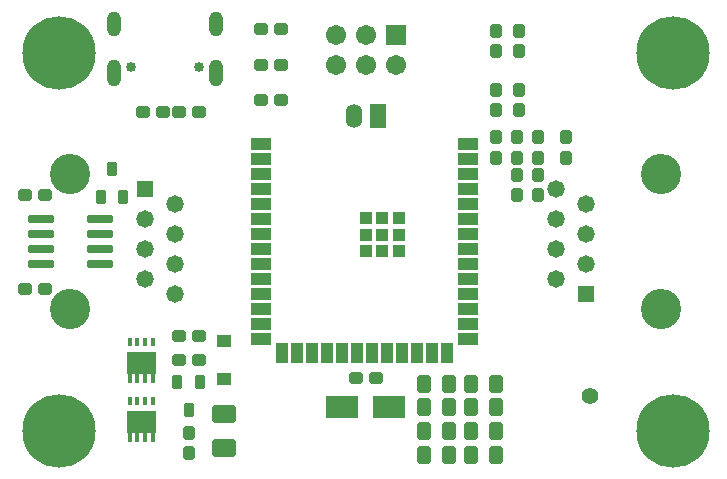
<source format=gbs>
G04*
G04 #@! TF.GenerationSoftware,Altium Limited,Altium Designer,23.4.1 (23)*
G04*
G04 Layer_Color=16711935*
%FSLAX44Y44*%
%MOMM*%
G71*
G04*
G04 #@! TF.SameCoordinates,A304BC4D-9FB2-49B5-AC17-4625EE1BC2B7*
G04*
G04*
G04 #@! TF.FilePolarity,Negative*
G04*
G01*
G75*
G04:AMPARAMS|DCode=53|XSize=1.1032mm|YSize=1.0032mm|CornerRadius=0.1616mm|HoleSize=0mm|Usage=FLASHONLY|Rotation=180.000|XOffset=0mm|YOffset=0mm|HoleType=Round|Shape=RoundedRectangle|*
%AMROUNDEDRECTD53*
21,1,1.1032,0.6800,0,0,180.0*
21,1,0.7800,1.0032,0,0,180.0*
1,1,0.3232,-0.3900,0.3400*
1,1,0.3232,0.3900,0.3400*
1,1,0.3232,0.3900,-0.3400*
1,1,0.3232,-0.3900,-0.3400*
%
%ADD53ROUNDEDRECTD53*%
G04:AMPARAMS|DCode=54|XSize=1.1032mm|YSize=1.0032mm|CornerRadius=0.1616mm|HoleSize=0mm|Usage=FLASHONLY|Rotation=270.000|XOffset=0mm|YOffset=0mm|HoleType=Round|Shape=RoundedRectangle|*
%AMROUNDEDRECTD54*
21,1,1.1032,0.6800,0,0,270.0*
21,1,0.7800,1.0032,0,0,270.0*
1,1,0.3232,-0.3400,-0.3900*
1,1,0.3232,-0.3400,0.3900*
1,1,0.3232,0.3400,0.3900*
1,1,0.3232,0.3400,-0.3900*
%
%ADD54ROUNDEDRECTD54*%
%ADD66C,1.4032*%
%ADD67R,1.4032X2.0032*%
%ADD68O,1.4032X2.0032*%
%ADD69R,1.4712X1.4712*%
%ADD70C,1.4712*%
%ADD71C,3.4032*%
%ADD72C,1.7032*%
%ADD73R,1.7032X1.7032*%
%ADD74C,0.8532*%
%ADD75O,1.2032X2.1032*%
%ADD76O,1.2032X2.3032*%
%ADD77C,6.2032*%
%ADD105R,0.4200X0.8000*%
%ADD106R,0.4200X0.8128*%
%ADD111R,1.7032X1.1032*%
%ADD112R,1.1032X1.7032*%
%ADD113R,1.1032X1.1032*%
G04:AMPARAMS|DCode=114|XSize=0.8032mm|YSize=1.2532mm|CornerRadius=0.1466mm|HoleSize=0mm|Usage=FLASHONLY|Rotation=0.000|XOffset=0mm|YOffset=0mm|HoleType=Round|Shape=RoundedRectangle|*
%AMROUNDEDRECTD114*
21,1,0.8032,0.9600,0,0,0.0*
21,1,0.5100,1.2532,0,0,0.0*
1,1,0.2932,0.2550,-0.4800*
1,1,0.2932,-0.2550,-0.4800*
1,1,0.2932,-0.2550,0.4800*
1,1,0.2932,0.2550,0.4800*
%
%ADD114ROUNDEDRECTD114*%
G04:AMPARAMS|DCode=115|XSize=0.7366mm|YSize=2.1844mm|CornerRadius=0.1683mm|HoleSize=0mm|Usage=FLASHONLY|Rotation=90.000|XOffset=0mm|YOffset=0mm|HoleType=Round|Shape=RoundedRectangle|*
%AMROUNDEDRECTD115*
21,1,0.7366,1.8479,0,0,90.0*
21,1,0.4001,2.1844,0,0,90.0*
1,1,0.3366,0.9239,0.2000*
1,1,0.3366,0.9239,-0.2000*
1,1,0.3366,-0.9239,-0.2000*
1,1,0.3366,-0.9239,0.2000*
%
%ADD115ROUNDEDRECTD115*%
%ADD116R,1.1532X1.1032*%
G04:AMPARAMS|DCode=117|XSize=1.5432mm|YSize=2.0032mm|CornerRadius=0.1686mm|HoleSize=0mm|Usage=FLASHONLY|Rotation=270.000|XOffset=0mm|YOffset=0mm|HoleType=Round|Shape=RoundedRectangle|*
%AMROUNDEDRECTD117*
21,1,1.5432,1.6660,0,0,270.0*
21,1,1.2060,2.0032,0,0,270.0*
1,1,0.3372,-0.8330,-0.6030*
1,1,0.3372,-0.8330,0.6030*
1,1,0.3372,0.8330,0.6030*
1,1,0.3372,0.8330,-0.6030*
%
%ADD117ROUNDEDRECTD117*%
G04:AMPARAMS|DCode=118|XSize=1.1032mm|YSize=1.6032mm|CornerRadius=0.1691mm|HoleSize=0mm|Usage=FLASHONLY|Rotation=0.000|XOffset=0mm|YOffset=0mm|HoleType=Round|Shape=RoundedRectangle|*
%AMROUNDEDRECTD118*
21,1,1.1032,1.2650,0,0,0.0*
21,1,0.7650,1.6032,0,0,0.0*
1,1,0.3382,0.3825,-0.6325*
1,1,0.3382,-0.3825,-0.6325*
1,1,0.3382,-0.3825,0.6325*
1,1,0.3382,0.3825,0.6325*
%
%ADD118ROUNDEDRECTD118*%
%ADD119R,2.7032X1.9032*%
G36*
X122192Y56858D02*
X97808D01*
Y38570D01*
X122192D01*
Y56858D01*
D02*
G37*
G36*
Y106858D02*
X97808D01*
Y88570D01*
X122192D01*
Y106858D01*
D02*
G37*
D53*
X211500Y380000D02*
D03*
X228500D02*
D03*
X158500Y310000D02*
D03*
X141500D02*
D03*
X111500D02*
D03*
X128500D02*
D03*
X28500Y240000D02*
D03*
X11500D02*
D03*
X28500Y160000D02*
D03*
X11500D02*
D03*
X158500Y100000D02*
D03*
X141500D02*
D03*
X141500Y120000D02*
D03*
X158500D02*
D03*
X291500Y85000D02*
D03*
X308500D02*
D03*
X228500Y320000D02*
D03*
X211500D02*
D03*
X228500Y350000D02*
D03*
X211500D02*
D03*
D54*
X428000Y239500D02*
D03*
Y256500D02*
D03*
X446000Y288500D02*
D03*
Y271500D02*
D03*
X430000Y311500D02*
D03*
Y328500D02*
D03*
X410000Y378500D02*
D03*
Y361500D02*
D03*
X150000Y38500D02*
D03*
Y21500D02*
D03*
X470000Y271500D02*
D03*
Y288500D02*
D03*
X430000Y361500D02*
D03*
Y378500D02*
D03*
X410000Y328500D02*
D03*
Y311500D02*
D03*
X446000Y256500D02*
D03*
Y239500D02*
D03*
X428000Y271500D02*
D03*
Y288500D02*
D03*
X410000Y271500D02*
D03*
Y288500D02*
D03*
D66*
X490000Y70000D02*
D03*
D67*
X310000Y307000D02*
D03*
D68*
X290000D02*
D03*
D69*
X486500Y155550D02*
D03*
X113500Y244450D02*
D03*
D70*
X461100Y168250D02*
D03*
X486500Y180950D02*
D03*
X461100Y193650D02*
D03*
X486500Y206350D02*
D03*
X461100Y219050D02*
D03*
X486500Y231750D02*
D03*
X461100Y244450D02*
D03*
X138900Y155550D02*
D03*
X113500Y168250D02*
D03*
X138900Y180950D02*
D03*
X113500Y193650D02*
D03*
X138900Y206350D02*
D03*
X113500Y219050D02*
D03*
X138900Y231750D02*
D03*
D71*
X550000Y142850D02*
D03*
Y257150D02*
D03*
X50000Y142850D02*
D03*
Y257150D02*
D03*
D72*
X300000Y375400D02*
D03*
X274600Y375400D02*
D03*
X274600Y350000D02*
D03*
X300000D02*
D03*
X325400D02*
D03*
D73*
X325400Y375400D02*
D03*
D74*
X101099Y347813D02*
D03*
X158899D02*
D03*
D75*
X86749Y384814D02*
D03*
X173251D02*
D03*
D76*
X86749Y342814D02*
D03*
X173251D02*
D03*
D77*
X560000Y40000D02*
D03*
X559999Y360000D02*
D03*
X40000Y40000D02*
D03*
Y360000D02*
D03*
D105*
X100250Y65494D02*
D03*
X106750D02*
D03*
X113250D02*
D03*
X119750D02*
D03*
X100250Y115494D02*
D03*
X106750D02*
D03*
X113250D02*
D03*
X119750D02*
D03*
D106*
Y34506D02*
D03*
X113250D02*
D03*
X106750D02*
D03*
X100250D02*
D03*
X119750Y84506D02*
D03*
X113250D02*
D03*
X106750D02*
D03*
X100250D02*
D03*
D111*
X211500Y283200D02*
D03*
Y270500D02*
D03*
Y257800D02*
D03*
Y245100D02*
D03*
Y232400D02*
D03*
Y219700D02*
D03*
Y207000D02*
D03*
Y194300D02*
D03*
Y181600D02*
D03*
Y168900D02*
D03*
Y156200D02*
D03*
Y143500D02*
D03*
Y130800D02*
D03*
Y118100D02*
D03*
X386500D02*
D03*
Y130800D02*
D03*
Y143500D02*
D03*
Y156200D02*
D03*
Y168900D02*
D03*
Y181600D02*
D03*
Y194300D02*
D03*
Y207000D02*
D03*
Y219700D02*
D03*
Y232400D02*
D03*
Y245100D02*
D03*
Y257800D02*
D03*
Y270500D02*
D03*
Y283200D02*
D03*
D112*
X229150Y105600D02*
D03*
X241850D02*
D03*
X254550D02*
D03*
X267250D02*
D03*
X279950D02*
D03*
X292650D02*
D03*
X305350D02*
D03*
X318050D02*
D03*
X330750D02*
D03*
X343450D02*
D03*
X356150D02*
D03*
X368850D02*
D03*
D113*
X300000Y220000D02*
D03*
X314000D02*
D03*
X328000D02*
D03*
X300000Y192000D02*
D03*
X314000D02*
D03*
X328000D02*
D03*
X300000Y206000D02*
D03*
X328000D02*
D03*
X314000D02*
D03*
D114*
X94500Y238150D02*
D03*
X75500D02*
D03*
X85000Y261850D02*
D03*
X140500Y81850D02*
D03*
X159500D02*
D03*
X150000Y58150D02*
D03*
D115*
X25363Y193651D02*
D03*
Y206351D02*
D03*
Y219051D02*
D03*
Y180951D02*
D03*
X74639D02*
D03*
Y193651D02*
D03*
Y206351D02*
D03*
Y219051D02*
D03*
D116*
X180000Y84250D02*
D03*
Y115750D02*
D03*
D117*
Y25700D02*
D03*
Y54300D02*
D03*
D118*
X370500Y40000D02*
D03*
X349500D02*
D03*
X370500Y80000D02*
D03*
X349500D02*
D03*
X370500Y20000D02*
D03*
X349500D02*
D03*
Y60000D02*
D03*
X370500D02*
D03*
X389500Y80000D02*
D03*
X410500D02*
D03*
X389500Y60000D02*
D03*
X410500D02*
D03*
X389500Y40000D02*
D03*
X410500D02*
D03*
X389500Y20000D02*
D03*
X410500D02*
D03*
D119*
X280000Y60000D02*
D03*
X320000D02*
D03*
M02*

</source>
